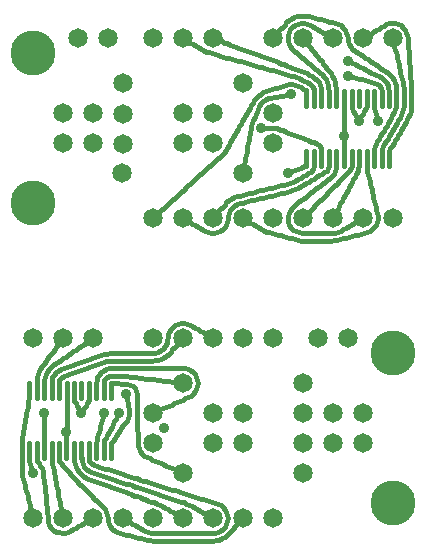
<source format=gtl>
G04 Top Copper*
%FSLAX23Y23*%
%MOIN*%
G01*
%ADD10C,0.010*%
%ADD11C,0.015*%
%ADD12C,0.035*%
%ADD13C,0.065*%
%ADD14C,0.150*%
D10*
D11*
X2512Y2575D02*
X2512Y2625D01*
X2537Y2625D02*
X2537Y2575D01*
X2562Y2575D02*
X2562Y2625D01*
X2587Y2625D02*
X2587Y2575D01*
X2612Y2575D02*
X2612Y2625D01*
X2638Y2625D02*
X2638Y2575D01*
X2663Y2575D02*
X2663Y2625D01*
X2688Y2625D02*
X2688Y2575D01*
X2713Y2575D02*
X2713Y2625D01*
X2738Y2625D02*
X2738Y2575D01*
X2763Y2575D02*
X2763Y2625D01*
X2788Y2625D02*
X2788Y2575D01*
X2512Y2375D02*
X2512Y2425D01*
X2537Y2425D02*
X2537Y2375D01*
X2562Y2375D02*
X2562Y2425D01*
X2612Y2375D02*
X2612Y2425D01*
X2638Y2425D02*
X2638Y2375D01*
X2663Y2375D02*
X2663Y2425D01*
X2688Y2425D02*
X2688Y2375D01*
X2713Y2375D02*
X2713Y2425D01*
X2738Y2425D02*
X2738Y2375D01*
X2763Y2375D02*
X2763Y2425D01*
X2788Y2425D02*
X2788Y2375D01*
X2663Y2375D02*
X2661Y2366D01*
X2655Y2357D01*
X2648Y2350D01*
X2641Y2343D01*
X2634Y2336D01*
X2627Y2329D01*
X2620Y2322D01*
X2613Y2314D01*
X2606Y2307D01*
X2598Y2300D01*
X2591Y2293D01*
X2584Y2286D01*
X2577Y2278D01*
X2570Y2271D01*
X2563Y2264D01*
X2556Y2257D01*
X2549Y2250D01*
X2542Y2242D01*
X2535Y2235D01*
X2528Y2228D01*
X2521Y2221D01*
X2513Y2214D01*
X2506Y2206D01*
X2500Y2200D01*
X2688Y2375D02*
X2686Y2366D01*
X2684Y2356D01*
X2679Y2347D01*
X2674Y2338D01*
X2669Y2329D01*
X2665Y2320D01*
X2660Y2312D01*
X2655Y2303D01*
X2650Y2294D01*
X2645Y2285D01*
X2641Y2276D01*
X2636Y2267D01*
X2631Y2258D01*
X2626Y2249D01*
X2622Y2240D01*
X2617Y2231D01*
X2612Y2223D01*
X2607Y2214D01*
X2603Y2205D01*
X2600Y2200D01*
X2200Y2200D02*
X2206Y2207D01*
X2213Y2214D01*
X2219Y2222D01*
X2226Y2230D01*
X2233Y2237D01*
X2240Y2245D01*
X2246Y2252D01*
X2254Y2259D01*
X2262Y2265D01*
X2271Y2269D01*
X2281Y2272D01*
X2291Y2275D01*
X2301Y2277D01*
X2310Y2280D01*
X2320Y2282D01*
X2330Y2284D01*
X2340Y2287D01*
X2349Y2289D01*
X2359Y2292D01*
X2369Y2294D01*
X2379Y2297D01*
X2389Y2299D01*
X2399Y2301D01*
X2408Y2304D01*
X2418Y2306D01*
X2428Y2309D01*
X2438Y2311D01*
X2448Y2314D01*
X2457Y2316D01*
X2467Y2319D01*
X2476Y2325D01*
X2484Y2330D01*
X2493Y2335D01*
X2502Y2340D01*
X2510Y2345D01*
X2519Y2350D01*
X2528Y2355D01*
X2534Y2363D01*
X2537Y2373D01*
X2537Y2375D01*
X2300Y2200D02*
X2308Y2195D01*
X2317Y2190D01*
X2325Y2185D01*
X2334Y2180D01*
X2343Y2175D01*
X2352Y2170D01*
X2360Y2165D01*
X2369Y2160D01*
X2378Y2155D01*
X2388Y2152D01*
X2397Y2149D01*
X2407Y2147D01*
X2417Y2144D01*
X2427Y2142D01*
X2436Y2139D01*
X2446Y2137D01*
X2456Y2134D01*
X2466Y2132D01*
X2476Y2129D01*
X2485Y2127D01*
X2495Y2125D01*
X2505Y2125D01*
X2516Y2125D01*
X2526Y2125D01*
X2536Y2125D01*
X2546Y2125D01*
X2556Y2125D01*
X2566Y2125D01*
X2576Y2125D01*
X2586Y2125D01*
X2596Y2125D01*
X2606Y2126D01*
X2616Y2127D01*
X2626Y2130D01*
X2636Y2132D01*
X2646Y2135D01*
X2656Y2137D01*
X2665Y2140D01*
X2675Y2142D01*
X2685Y2145D01*
X2695Y2147D01*
X2705Y2150D01*
X2714Y2152D01*
X2724Y2156D01*
X2732Y2162D01*
X2739Y2169D01*
X2745Y2177D01*
X2748Y2187D01*
X2750Y2197D01*
X2750Y2207D01*
X2747Y2217D01*
X2745Y2227D01*
X2743Y2236D01*
X2741Y2246D01*
X2739Y2256D01*
X2736Y2266D01*
X2734Y2276D01*
X2732Y2286D01*
X2730Y2296D01*
X2728Y2305D01*
X2725Y2315D01*
X2723Y2325D01*
X2721Y2335D01*
X2719Y2345D01*
X2716Y2355D01*
X2714Y2365D01*
X2713Y2375D01*
X2713Y2375D01*
X2612Y2375D02*
X2611Y2366D01*
X2609Y2356D01*
X2603Y2347D01*
X2597Y2339D01*
X2590Y2333D01*
X2582Y2327D01*
X2574Y2321D01*
X2566Y2314D01*
X2558Y2308D01*
X2550Y2302D01*
X2542Y2296D01*
X2534Y2290D01*
X2526Y2283D01*
X2518Y2277D01*
X2510Y2271D01*
X2502Y2265D01*
X2494Y2259D01*
X2486Y2252D01*
X2478Y2246D01*
X2470Y2240D01*
X2463Y2233D01*
X2457Y2225D01*
X2453Y2216D01*
X2450Y2206D01*
X2450Y2196D01*
X2452Y2186D01*
X2456Y2176D01*
X2462Y2168D01*
X2469Y2161D01*
X2477Y2156D01*
X2487Y2152D01*
X2497Y2150D01*
X2507Y2150D01*
X2517Y2150D01*
X2527Y2150D01*
X2537Y2150D01*
X2547Y2150D01*
X2557Y2150D01*
X2567Y2150D01*
X2577Y2150D01*
X2588Y2150D01*
X2598Y2150D01*
X2608Y2151D01*
X2617Y2153D01*
X2627Y2158D01*
X2635Y2163D01*
X2644Y2168D01*
X2653Y2173D01*
X2662Y2178D01*
X2670Y2183D01*
X2679Y2188D01*
X2688Y2193D01*
X2697Y2198D01*
X2700Y2200D01*
X2638Y2575D02*
X2638Y2566D01*
X2638Y2556D01*
X2638Y2546D01*
X2638Y2535D01*
X2638Y2525D01*
X2638Y2515D01*
X2638Y2505D01*
X2638Y2495D01*
X2638Y2485D01*
X2638Y2475D01*
X2638Y2475D02*
X2638Y2466D01*
X2638Y2456D01*
X2638Y2446D01*
X2638Y2435D01*
X2638Y2425D01*
X2638Y2425D01*
X2587Y2625D02*
X2586Y2634D01*
X2584Y2644D01*
X2581Y2654D01*
X2577Y2663D01*
X2571Y2671D01*
X2564Y2679D01*
X2557Y2685D01*
X2549Y2692D01*
X2541Y2698D01*
X2534Y2705D01*
X2526Y2712D01*
X2518Y2718D01*
X2511Y2725D01*
X2503Y2731D01*
X2495Y2738D01*
X2488Y2745D01*
X2480Y2751D01*
X2472Y2758D01*
X2465Y2764D01*
X2458Y2772D01*
X2454Y2781D01*
X2451Y2791D01*
X2450Y2801D01*
X2451Y2811D01*
X2454Y2821D01*
X2459Y2829D01*
X2466Y2837D01*
X2474Y2843D01*
X2483Y2847D01*
X2493Y2850D01*
X2503Y2850D01*
X2513Y2848D01*
X2523Y2845D01*
X2531Y2839D01*
X2540Y2834D01*
X2549Y2829D01*
X2558Y2824D01*
X2566Y2819D01*
X2575Y2814D01*
X2584Y2809D01*
X2593Y2804D01*
X2600Y2800D01*
X2500Y2800D02*
X2506Y2793D01*
X2512Y2785D01*
X2518Y2777D01*
X2525Y2769D01*
X2531Y2761D01*
X2537Y2753D01*
X2544Y2745D01*
X2550Y2738D01*
X2556Y2730D01*
X2563Y2722D01*
X2569Y2714D01*
X2575Y2706D01*
X2581Y2698D01*
X2588Y2690D01*
X2593Y2682D01*
X2599Y2674D01*
X2604Y2665D01*
X2607Y2655D01*
X2609Y2645D01*
X2611Y2635D01*
X2612Y2625D01*
X2612Y2625D01*
X2562Y2625D02*
X2561Y2634D01*
X2558Y2644D01*
X2554Y2653D01*
X2547Y2660D01*
X2539Y2667D01*
X2531Y2672D01*
X2522Y2677D01*
X2513Y2682D01*
X2504Y2686D01*
X2495Y2690D01*
X2485Y2694D01*
X2476Y2698D01*
X2466Y2701D01*
X2457Y2705D01*
X2447Y2708D01*
X2438Y2712D01*
X2428Y2715D01*
X2419Y2719D01*
X2410Y2722D01*
X2400Y2726D01*
X2391Y2729D01*
X2381Y2733D01*
X2372Y2736D01*
X2362Y2740D01*
X2353Y2743D01*
X2343Y2747D01*
X2334Y2750D01*
X2324Y2754D01*
X2315Y2757D01*
X2305Y2761D01*
X2296Y2764D01*
X2286Y2768D01*
X2277Y2771D01*
X2268Y2775D01*
X2258Y2778D01*
X2249Y2782D01*
X2239Y2785D01*
X2230Y2789D01*
X2220Y2793D01*
X2211Y2796D01*
X2201Y2800D01*
X2200Y2800D01*
X2100Y2800D02*
X2108Y2795D01*
X2117Y2790D01*
X2125Y2785D01*
X2134Y2780D01*
X2143Y2775D01*
X2152Y2770D01*
X2160Y2765D01*
X2169Y2760D01*
X2178Y2755D01*
X2188Y2752D01*
X2197Y2749D01*
X2207Y2746D01*
X2217Y2743D01*
X2226Y2741D01*
X2236Y2738D01*
X2246Y2735D01*
X2256Y2733D01*
X2265Y2730D01*
X2275Y2727D01*
X2285Y2724D01*
X2294Y2722D01*
X2304Y2719D01*
X2314Y2716D01*
X2324Y2714D01*
X2333Y2711D01*
X2343Y2708D01*
X2353Y2705D01*
X2363Y2703D01*
X2372Y2700D01*
X2382Y2697D01*
X2392Y2694D01*
X2401Y2692D01*
X2411Y2689D01*
X2421Y2686D01*
X2431Y2684D01*
X2440Y2681D01*
X2450Y2678D01*
X2460Y2675D01*
X2470Y2673D01*
X2479Y2670D01*
X2489Y2666D01*
X2498Y2661D01*
X2506Y2657D01*
X2515Y2652D01*
X2524Y2647D01*
X2532Y2641D01*
X2537Y2631D01*
X2537Y2625D01*
X2788Y2425D02*
X2792Y2433D01*
X2798Y2441D01*
X2803Y2450D01*
X2808Y2459D01*
X2814Y2467D01*
X2819Y2476D01*
X2824Y2484D01*
X2829Y2493D01*
X2834Y2502D01*
X2838Y2511D01*
X2843Y2520D01*
X2848Y2529D01*
X2852Y2538D01*
X2857Y2547D01*
X2860Y2557D01*
X2861Y2567D01*
X2862Y2577D01*
X2862Y2587D01*
X2862Y2597D01*
X2862Y2607D01*
X2862Y2617D01*
X2862Y2627D01*
X2862Y2637D01*
X2861Y2647D01*
X2860Y2658D01*
X2859Y2668D01*
X2859Y2678D01*
X2858Y2688D01*
X2857Y2698D01*
X2857Y2708D01*
X2856Y2718D01*
X2855Y2728D01*
X2854Y2738D01*
X2854Y2748D01*
X2853Y2758D01*
X2852Y2768D01*
X2852Y2778D01*
X2851Y2789D01*
X2850Y2799D01*
X2849Y2809D01*
X2846Y2818D01*
X2842Y2827D01*
X2835Y2835D01*
X2828Y2842D01*
X2819Y2846D01*
X2809Y2849D01*
X2799Y2850D01*
X2789Y2849D01*
X2779Y2846D01*
X2771Y2841D01*
X2762Y2836D01*
X2753Y2831D01*
X2744Y2826D01*
X2736Y2820D01*
X2727Y2815D01*
X2718Y2810D01*
X2709Y2805D01*
X2701Y2800D01*
X2700Y2800D01*
X2800Y2800D02*
X2802Y2791D01*
X2804Y2781D01*
X2806Y2771D01*
X2809Y2761D01*
X2811Y2752D01*
X2813Y2742D01*
X2815Y2732D01*
X2817Y2722D01*
X2820Y2712D01*
X2822Y2702D01*
X2824Y2692D01*
X2826Y2683D01*
X2829Y2673D01*
X2831Y2663D01*
X2833Y2653D01*
X2835Y2643D01*
X2837Y2633D01*
X2837Y2623D01*
X2837Y2613D01*
X2837Y2603D01*
X2837Y2593D01*
X2837Y2583D01*
X2837Y2573D01*
X2836Y2563D01*
X2832Y2553D01*
X2827Y2544D01*
X2823Y2535D01*
X2818Y2526D01*
X2813Y2517D01*
X2809Y2508D01*
X2804Y2499D01*
X2799Y2491D01*
X2793Y2482D01*
X2788Y2474D01*
X2783Y2465D01*
X2778Y2456D01*
X2772Y2448D01*
X2767Y2439D01*
X2763Y2430D01*
X2763Y2425D01*
X2663Y2575D02*
X2664Y2566D01*
X2669Y2557D01*
X2674Y2548D01*
X2679Y2540D01*
X2684Y2531D01*
X2688Y2525D01*
X2713Y2575D02*
X2711Y2566D01*
X2706Y2557D01*
X2701Y2548D01*
X2696Y2540D01*
X2691Y2531D01*
X2688Y2525D01*
X2587Y2375D02*
X2587Y2425D01*
X2512Y2375D02*
X2504Y2372D01*
X2495Y2368D01*
X2485Y2364D01*
X2476Y2360D01*
X2466Y2357D01*
X2457Y2353D01*
X2450Y2350D01*
X2587Y2375D02*
X2586Y2366D01*
X2580Y2357D01*
X2572Y2352D01*
X2563Y2347D01*
X2554Y2342D01*
X2546Y2336D01*
X2537Y2331D01*
X2528Y2326D01*
X2520Y2321D01*
X2511Y2316D01*
X2502Y2311D01*
X2493Y2306D01*
X2485Y2301D01*
X2476Y2296D01*
X2466Y2292D01*
X2457Y2290D01*
X2447Y2288D01*
X2437Y2285D01*
X2427Y2283D01*
X2417Y2280D01*
X2408Y2278D01*
X2398Y2275D01*
X2388Y2273D01*
X2378Y2271D01*
X2368Y2268D01*
X2359Y2266D01*
X2349Y2263D01*
X2339Y2261D01*
X2329Y2259D01*
X2319Y2256D01*
X2309Y2254D01*
X2300Y2251D01*
X2290Y2249D01*
X2280Y2246D01*
X2271Y2241D01*
X2264Y2234D01*
X2258Y2226D01*
X2253Y2217D01*
X2251Y2208D01*
X2250Y2197D01*
X2248Y2187D01*
X2245Y2178D01*
X2240Y2169D01*
X2233Y2162D01*
X2224Y2156D01*
X2215Y2152D01*
X2205Y2150D01*
X2195Y2150D01*
X2185Y2152D01*
X2176Y2156D01*
X2167Y2161D01*
X2158Y2166D01*
X2150Y2171D01*
X2141Y2176D01*
X2132Y2181D01*
X2123Y2187D01*
X2115Y2192D01*
X2106Y2197D01*
X2100Y2200D01*
X2400Y2800D02*
X2406Y2807D01*
X2413Y2814D01*
X2419Y2822D01*
X2426Y2830D01*
X2433Y2837D01*
X2440Y2845D01*
X2446Y2852D01*
X2454Y2859D01*
X2462Y2865D01*
X2471Y2869D01*
X2481Y2872D01*
X2491Y2874D01*
X2501Y2875D01*
X2511Y2874D01*
X2521Y2872D01*
X2531Y2869D01*
X2540Y2867D01*
X2550Y2864D01*
X2560Y2862D01*
X2570Y2859D01*
X2580Y2857D01*
X2589Y2854D01*
X2599Y2852D01*
X2609Y2849D01*
X2619Y2846D01*
X2628Y2842D01*
X2635Y2835D01*
X2642Y2827D01*
X2646Y2818D01*
X2649Y2809D01*
X2650Y2799D01*
X2651Y2789D01*
X2655Y2779D01*
X2660Y2770D01*
X2666Y2763D01*
X2675Y2757D01*
X2683Y2751D01*
X2691Y2746D01*
X2700Y2740D01*
X2708Y2734D01*
X2717Y2729D01*
X2725Y2723D01*
X2733Y2718D01*
X2742Y2712D01*
X2750Y2706D01*
X2759Y2701D01*
X2767Y2695D01*
X2775Y2690D01*
X2783Y2684D01*
X2791Y2677D01*
X2798Y2669D01*
X2803Y2661D01*
X2807Y2651D01*
X2810Y2642D01*
X2812Y2632D01*
X2812Y2622D01*
X2812Y2612D01*
X2812Y2602D01*
X2812Y2591D01*
X2812Y2581D01*
X2812Y2571D01*
X2809Y2562D01*
X2804Y2553D01*
X2799Y2544D01*
X2795Y2535D01*
X2790Y2526D01*
X2785Y2517D01*
X2781Y2508D01*
X2775Y2499D01*
X2770Y2491D01*
X2765Y2482D01*
X2759Y2474D01*
X2754Y2465D01*
X2749Y2457D01*
X2743Y2448D01*
X2740Y2439D01*
X2738Y2429D01*
X2738Y2425D01*
X2788Y2625D02*
X2786Y2634D01*
X2784Y2644D01*
X2779Y2653D01*
X2772Y2661D01*
X2764Y2667D01*
X2755Y2672D01*
X2746Y2676D01*
X2737Y2681D01*
X2728Y2685D01*
X2719Y2690D01*
X2710Y2694D01*
X2701Y2699D01*
X2692Y2704D01*
X2683Y2708D01*
X2674Y2713D01*
X2665Y2717D01*
X2656Y2722D01*
X2650Y2725D01*
X2650Y2675D02*
X2659Y2673D01*
X2669Y2670D01*
X2678Y2667D01*
X2688Y2665D01*
X2698Y2662D01*
X2708Y2659D01*
X2717Y2656D01*
X2727Y2654D01*
X2737Y2651D01*
X2747Y2648D01*
X2755Y2643D01*
X2761Y2634D01*
X2763Y2625D01*
X2738Y2575D02*
X2739Y2566D01*
X2742Y2556D01*
X2744Y2546D01*
X2747Y2537D01*
X2750Y2527D01*
X2750Y2525D01*
X1588Y1600D02*
X1588Y1650D01*
X1613Y1650D02*
X1613Y1600D01*
X1638Y1600D02*
X1638Y1650D01*
X1663Y1650D02*
X1663Y1600D01*
X1688Y1600D02*
X1688Y1650D01*
X1713Y1650D02*
X1713Y1600D01*
X1737Y1600D02*
X1737Y1650D01*
X1762Y1650D02*
X1762Y1600D01*
X1787Y1600D02*
X1787Y1650D01*
X1812Y1650D02*
X1812Y1600D01*
X1837Y1600D02*
X1837Y1650D01*
X1862Y1650D02*
X1862Y1600D01*
X1862Y1450D02*
X1862Y1400D01*
X1837Y1400D02*
X1837Y1450D01*
X1812Y1450D02*
X1812Y1400D01*
X1787Y1400D02*
X1787Y1450D01*
X1762Y1400D02*
X1762Y1450D01*
X1737Y1450D02*
X1737Y1400D01*
X1712Y1400D02*
X1712Y1450D01*
X1688Y1450D02*
X1688Y1400D01*
X1663Y1400D02*
X1663Y1450D01*
X1638Y1450D02*
X1638Y1400D01*
X1613Y1400D02*
X1613Y1450D01*
X1588Y1450D02*
X1588Y1400D01*
X1588Y1400D02*
X1589Y1391D01*
X1591Y1381D01*
X1594Y1371D01*
X1597Y1362D01*
X1599Y1352D01*
X1600Y1350D01*
X1588Y1600D02*
X1586Y1591D01*
X1584Y1581D01*
X1583Y1571D01*
X1581Y1561D01*
X1579Y1551D01*
X1578Y1541D01*
X1576Y1531D01*
X1574Y1521D01*
X1572Y1511D01*
X1571Y1501D01*
X1569Y1491D01*
X1567Y1481D01*
X1566Y1471D01*
X1564Y1461D01*
X1563Y1451D01*
X1563Y1441D01*
X1563Y1431D01*
X1563Y1421D01*
X1563Y1411D01*
X1563Y1401D01*
X1563Y1391D01*
X1563Y1381D01*
X1564Y1371D01*
X1564Y1361D01*
X1565Y1351D01*
X1566Y1341D01*
X1569Y1331D01*
X1571Y1321D01*
X1573Y1311D01*
X1576Y1301D01*
X1578Y1291D01*
X1580Y1282D01*
X1583Y1272D01*
X1585Y1262D01*
X1588Y1252D01*
X1590Y1242D01*
X1592Y1232D01*
X1595Y1223D01*
X1597Y1213D01*
X1599Y1203D01*
X1600Y1200D01*
X1663Y1400D02*
X1664Y1391D01*
X1666Y1381D01*
X1668Y1371D01*
X1670Y1361D01*
X1671Y1351D01*
X1673Y1341D01*
X1675Y1331D01*
X1677Y1321D01*
X1679Y1311D01*
X1681Y1301D01*
X1683Y1292D01*
X1685Y1282D01*
X1686Y1272D01*
X1688Y1262D01*
X1690Y1252D01*
X1692Y1242D01*
X1694Y1232D01*
X1696Y1222D01*
X1698Y1212D01*
X1700Y1202D01*
X1700Y1200D01*
X1613Y1400D02*
X1614Y1391D01*
X1620Y1382D01*
X1626Y1374D01*
X1631Y1366D01*
X1634Y1356D01*
X1635Y1346D01*
X1636Y1336D01*
X1637Y1326D01*
X1639Y1316D01*
X1640Y1306D01*
X1641Y1296D01*
X1642Y1286D01*
X1643Y1276D01*
X1644Y1266D01*
X1645Y1256D01*
X1646Y1246D01*
X1647Y1236D01*
X1648Y1226D01*
X1649Y1216D01*
X1650Y1206D01*
X1650Y1195D01*
X1652Y1186D01*
X1656Y1176D01*
X1662Y1168D01*
X1669Y1161D01*
X1677Y1155D01*
X1687Y1152D01*
X1697Y1150D01*
X1707Y1151D01*
X1717Y1153D01*
X1726Y1157D01*
X1735Y1162D01*
X1743Y1167D01*
X1752Y1172D01*
X1761Y1177D01*
X1770Y1183D01*
X1778Y1188D01*
X1787Y1193D01*
X1796Y1198D01*
X1800Y1200D01*
X1688Y1400D02*
X1689Y1391D01*
X1695Y1382D01*
X1702Y1375D01*
X1708Y1367D01*
X1715Y1360D01*
X1722Y1352D01*
X1728Y1345D01*
X1735Y1337D01*
X1742Y1330D01*
X1749Y1323D01*
X1756Y1315D01*
X1763Y1308D01*
X1770Y1301D01*
X1777Y1294D01*
X1785Y1287D01*
X1792Y1280D01*
X1799Y1272D01*
X1806Y1265D01*
X1813Y1258D01*
X1820Y1251D01*
X1827Y1244D01*
X1834Y1236D01*
X1841Y1229D01*
X1846Y1220D01*
X1849Y1210D01*
X1850Y1200D01*
X1851Y1190D01*
X1854Y1181D01*
X1859Y1172D01*
X1865Y1164D01*
X1873Y1158D01*
X1882Y1153D01*
X1892Y1151D01*
X1902Y1148D01*
X1912Y1145D01*
X1921Y1143D01*
X1931Y1140D01*
X1941Y1138D01*
X1951Y1135D01*
X1960Y1133D01*
X1970Y1130D01*
X1980Y1128D01*
X1990Y1126D01*
X2000Y1125D01*
X2010Y1125D01*
X2020Y1125D01*
X2030Y1125D01*
X2040Y1125D01*
X2050Y1125D01*
X2061Y1125D01*
X2071Y1125D01*
X2081Y1125D01*
X2091Y1125D01*
X2101Y1125D01*
X2111Y1125D01*
X2121Y1125D01*
X2131Y1125D01*
X2141Y1125D01*
X2151Y1125D01*
X2162Y1125D01*
X2172Y1125D01*
X2182Y1125D01*
X2192Y1125D01*
X2202Y1125D01*
X2212Y1126D01*
X2222Y1128D01*
X2231Y1132D01*
X2240Y1137D01*
X2248Y1143D01*
X2255Y1150D01*
X2262Y1157D01*
X2269Y1165D01*
X2276Y1173D01*
X2282Y1180D01*
X2289Y1188D01*
X2296Y1195D01*
X2300Y1200D01*
X1737Y1400D02*
X1738Y1391D01*
X1741Y1381D01*
X1743Y1371D01*
X1748Y1362D01*
X1754Y1354D01*
X1760Y1346D01*
X1768Y1340D01*
X1777Y1335D01*
X1786Y1330D01*
X1796Y1327D01*
X1805Y1323D01*
X1815Y1320D01*
X1824Y1317D01*
X1834Y1313D01*
X1843Y1310D01*
X1853Y1306D01*
X1862Y1303D01*
X1872Y1299D01*
X1881Y1296D01*
X1891Y1293D01*
X1900Y1289D01*
X1910Y1286D01*
X1919Y1282D01*
X1929Y1279D01*
X1938Y1275D01*
X1948Y1272D01*
X1957Y1269D01*
X1967Y1265D01*
X1976Y1262D01*
X1986Y1258D01*
X1995Y1255D01*
X2005Y1252D01*
X2014Y1248D01*
X2023Y1244D01*
X2032Y1239D01*
X2041Y1234D01*
X2050Y1229D01*
X2058Y1224D01*
X2067Y1219D01*
X2076Y1214D01*
X2085Y1209D01*
X2093Y1204D01*
X2100Y1200D01*
X2200Y1200D02*
X2192Y1205D01*
X2183Y1210D01*
X2175Y1215D01*
X2166Y1220D01*
X2157Y1225D01*
X2148Y1230D01*
X2140Y1235D01*
X2131Y1240D01*
X2122Y1245D01*
X2112Y1248D01*
X2103Y1252D01*
X2093Y1255D01*
X2084Y1258D01*
X2074Y1261D01*
X2065Y1264D01*
X2055Y1267D01*
X2045Y1271D01*
X2036Y1274D01*
X2026Y1277D01*
X2017Y1280D01*
X2007Y1283D01*
X1997Y1286D01*
X1988Y1290D01*
X1978Y1293D01*
X1969Y1296D01*
X1959Y1299D01*
X1949Y1302D01*
X1940Y1305D01*
X1930Y1309D01*
X1921Y1312D01*
X1911Y1315D01*
X1902Y1318D01*
X1892Y1321D01*
X1882Y1325D01*
X1873Y1328D01*
X1863Y1331D01*
X1854Y1334D01*
X1844Y1337D01*
X1834Y1340D01*
X1825Y1344D01*
X1815Y1347D01*
X1806Y1350D01*
X1796Y1353D01*
X1787Y1358D01*
X1779Y1363D01*
X1772Y1371D01*
X1767Y1380D01*
X1764Y1389D01*
X1763Y1399D01*
X1762Y1400D01*
X1787Y1400D02*
X1789Y1391D01*
X1795Y1382D01*
X1803Y1377D01*
X1813Y1374D01*
X1822Y1371D01*
X1832Y1368D01*
X1842Y1365D01*
X1851Y1362D01*
X1861Y1359D01*
X1871Y1356D01*
X1880Y1353D01*
X1890Y1350D01*
X1900Y1347D01*
X1909Y1344D01*
X1919Y1341D01*
X1929Y1338D01*
X1938Y1335D01*
X1948Y1332D01*
X1958Y1328D01*
X1967Y1325D01*
X1977Y1322D01*
X1986Y1319D01*
X1996Y1316D01*
X2006Y1313D01*
X2015Y1310D01*
X2025Y1307D01*
X2035Y1304D01*
X2044Y1301D01*
X2054Y1298D01*
X2063Y1295D01*
X2073Y1292D01*
X2083Y1289D01*
X2092Y1286D01*
X2102Y1283D01*
X2112Y1280D01*
X2121Y1277D01*
X2131Y1274D01*
X2141Y1271D01*
X2150Y1268D01*
X2160Y1265D01*
X2169Y1262D01*
X2179Y1259D01*
X2189Y1256D01*
X2198Y1253D01*
X2208Y1250D01*
X2218Y1247D01*
X2227Y1242D01*
X2235Y1236D01*
X2241Y1228D01*
X2246Y1219D01*
X2249Y1210D01*
X2250Y1200D01*
X2249Y1190D01*
X2246Y1180D01*
X2241Y1171D01*
X2234Y1164D01*
X2226Y1158D01*
X2217Y1153D01*
X2207Y1151D01*
X2197Y1150D01*
X2187Y1150D01*
X2177Y1150D01*
X2167Y1150D01*
X2157Y1150D01*
X2147Y1150D01*
X2137Y1150D01*
X2127Y1150D01*
X2117Y1150D01*
X2106Y1150D01*
X2096Y1150D01*
X2086Y1150D01*
X2076Y1150D01*
X2066Y1150D01*
X2056Y1150D01*
X2046Y1150D01*
X2036Y1150D01*
X2026Y1150D01*
X2016Y1150D01*
X2005Y1150D01*
X1995Y1150D01*
X1985Y1152D01*
X1976Y1156D01*
X1967Y1161D01*
X1959Y1166D01*
X1950Y1171D01*
X1941Y1176D01*
X1932Y1181D01*
X1924Y1186D01*
X1915Y1191D01*
X1906Y1197D01*
X1900Y1200D01*
X1613Y1650D02*
X1614Y1659D01*
X1616Y1669D01*
X1618Y1679D01*
X1621Y1689D01*
X1626Y1697D01*
X1631Y1706D01*
X1637Y1714D01*
X1643Y1722D01*
X1649Y1730D01*
X1655Y1739D01*
X1661Y1747D01*
X1667Y1755D01*
X1673Y1763D01*
X1679Y1771D01*
X1685Y1779D01*
X1691Y1787D01*
X1697Y1796D01*
X1700Y1800D01*
X1638Y1650D02*
X1639Y1659D01*
X1641Y1669D01*
X1643Y1679D01*
X1649Y1687D01*
X1654Y1696D01*
X1661Y1704D01*
X1669Y1710D01*
X1677Y1716D01*
X1685Y1721D01*
X1694Y1727D01*
X1702Y1733D01*
X1710Y1738D01*
X1719Y1744D01*
X1727Y1750D01*
X1735Y1756D01*
X1744Y1761D01*
X1752Y1767D01*
X1760Y1773D01*
X1769Y1778D01*
X1777Y1784D01*
X1785Y1790D01*
X1794Y1796D01*
X1800Y1800D01*
X1688Y1650D02*
X1689Y1659D01*
X1695Y1667D01*
X1703Y1673D01*
X1713Y1676D01*
X1722Y1680D01*
X1732Y1683D01*
X1741Y1687D01*
X1751Y1690D01*
X1760Y1693D01*
X1770Y1697D01*
X1780Y1700D01*
X1789Y1703D01*
X1799Y1707D01*
X1808Y1710D01*
X1818Y1714D01*
X1827Y1717D01*
X1837Y1720D01*
X1846Y1722D01*
X1856Y1724D01*
X1866Y1725D01*
X1877Y1725D01*
X1887Y1725D01*
X1897Y1725D01*
X1907Y1725D01*
X1917Y1725D01*
X1927Y1725D01*
X1937Y1725D01*
X1947Y1725D01*
X1957Y1725D01*
X1967Y1725D01*
X1978Y1725D01*
X1988Y1725D01*
X1998Y1725D01*
X2008Y1726D01*
X2018Y1728D01*
X2028Y1730D01*
X2036Y1735D01*
X2045Y1740D01*
X2053Y1747D01*
X2060Y1754D01*
X2066Y1762D01*
X2073Y1770D01*
X2080Y1777D01*
X2086Y1785D01*
X2093Y1792D01*
X2100Y1800D01*
X2100Y1800D01*
X1663Y1650D02*
X1664Y1659D01*
X1666Y1669D01*
X1672Y1677D01*
X1678Y1686D01*
X1686Y1691D01*
X1695Y1697D01*
X1704Y1700D01*
X1714Y1703D01*
X1723Y1707D01*
X1733Y1710D01*
X1742Y1713D01*
X1752Y1717D01*
X1761Y1720D01*
X1771Y1723D01*
X1780Y1727D01*
X1790Y1730D01*
X1799Y1734D01*
X1809Y1737D01*
X1818Y1740D01*
X1828Y1744D01*
X1838Y1746D01*
X1848Y1747D01*
X1858Y1749D01*
X1868Y1750D01*
X1878Y1750D01*
X1888Y1750D01*
X1898Y1750D01*
X1908Y1750D01*
X1918Y1750D01*
X1928Y1750D01*
X1939Y1750D01*
X1949Y1750D01*
X1959Y1750D01*
X1969Y1750D01*
X1979Y1750D01*
X1989Y1750D01*
X1999Y1750D01*
X2009Y1751D01*
X2019Y1754D01*
X2028Y1759D01*
X2036Y1765D01*
X2042Y1773D01*
X2047Y1782D01*
X2049Y1792D01*
X2050Y1802D01*
X2051Y1812D01*
X2055Y1821D01*
X2060Y1830D01*
X2067Y1837D01*
X2075Y1843D01*
X2084Y1847D01*
X2094Y1850D01*
X2104Y1850D01*
X2114Y1848D01*
X2123Y1844D01*
X2132Y1839D01*
X2141Y1834D01*
X2150Y1829D01*
X2158Y1824D01*
X2167Y1819D01*
X2176Y1814D01*
X2185Y1809D01*
X2193Y1804D01*
X2200Y1800D01*
X1712Y1450D02*
X1712Y1459D01*
X1712Y1469D01*
X1712Y1479D01*
X1712Y1488D01*
X1712Y1488D02*
X1713Y1497D01*
X1713Y1507D01*
X1713Y1517D01*
X1713Y1527D01*
X1713Y1537D01*
X1713Y1547D01*
X1713Y1557D01*
X1713Y1567D01*
X1713Y1578D01*
X1713Y1588D01*
X1713Y1598D01*
X1713Y1600D01*
X1737Y1600D02*
X1739Y1591D01*
X1744Y1582D01*
X1749Y1573D01*
X1754Y1565D01*
X1759Y1556D01*
X1762Y1550D01*
X1762Y1550D02*
X1767Y1558D01*
X1772Y1567D01*
X1777Y1575D01*
X1782Y1584D01*
X1787Y1593D01*
X1787Y1600D01*
X1638Y1550D02*
X1638Y1541D01*
X1638Y1531D01*
X1638Y1521D01*
X1638Y1510D01*
X1638Y1500D01*
X1638Y1490D01*
X1638Y1480D01*
X1638Y1470D01*
X1638Y1460D01*
X1638Y1450D01*
X1837Y1650D02*
X1839Y1659D01*
X1845Y1668D01*
X1853Y1673D01*
X1863Y1675D01*
X1873Y1674D01*
X1883Y1674D01*
X1893Y1673D01*
X1903Y1673D01*
X1914Y1672D01*
X1924Y1671D01*
X1934Y1670D01*
X1944Y1669D01*
X1954Y1668D01*
X1964Y1667D01*
X1974Y1665D01*
X1984Y1664D01*
X1994Y1663D01*
X2004Y1662D01*
X2014Y1660D01*
X2024Y1659D01*
X2034Y1658D01*
X2044Y1657D01*
X2054Y1656D01*
X2064Y1654D01*
X2074Y1653D01*
X2084Y1652D01*
X2094Y1651D01*
X2100Y1650D01*
X1812Y1650D02*
X1814Y1659D01*
X1816Y1669D01*
X1822Y1678D01*
X1828Y1686D01*
X1836Y1691D01*
X1845Y1697D01*
X1854Y1699D01*
X1864Y1700D01*
X1875Y1700D01*
X1885Y1700D01*
X1895Y1700D01*
X1905Y1700D01*
X1915Y1700D01*
X1925Y1700D01*
X1935Y1700D01*
X1945Y1700D01*
X1955Y1700D01*
X1965Y1700D01*
X1976Y1700D01*
X1986Y1700D01*
X1996Y1700D01*
X2006Y1700D01*
X2016Y1700D01*
X2026Y1700D01*
X2036Y1700D01*
X2046Y1700D01*
X2056Y1700D01*
X2066Y1700D01*
X2077Y1700D01*
X2087Y1700D01*
X2097Y1700D01*
X2107Y1699D01*
X2117Y1697D01*
X2126Y1693D01*
X2134Y1687D01*
X2141Y1679D01*
X2146Y1670D01*
X2149Y1661D01*
X2150Y1651D01*
X2149Y1641D01*
X2146Y1631D01*
X2141Y1622D01*
X2135Y1614D01*
X2127Y1608D01*
X2118Y1603D01*
X2109Y1599D01*
X2100Y1595D01*
X2090Y1591D01*
X2081Y1587D01*
X2072Y1583D01*
X2063Y1578D01*
X2054Y1574D01*
X2044Y1570D01*
X2035Y1566D01*
X2026Y1562D01*
X2017Y1558D01*
X2008Y1553D01*
X2000Y1550D01*
X1812Y1450D02*
X1814Y1459D01*
X1816Y1469D01*
X1819Y1479D01*
X1821Y1488D01*
X1824Y1498D01*
X1826Y1508D01*
X1829Y1518D01*
X1832Y1528D01*
X1834Y1537D01*
X1837Y1547D01*
X1838Y1550D01*
X1837Y1450D02*
X1839Y1459D01*
X1844Y1468D01*
X1849Y1477D01*
X1853Y1486D01*
X1858Y1495D01*
X1863Y1504D01*
X1868Y1513D01*
X1872Y1522D01*
X1877Y1530D01*
X1882Y1539D01*
X1887Y1548D01*
X1888Y1550D01*
X1912Y1612D02*
X1914Y1603D01*
X1916Y1593D01*
X1917Y1584D01*
X1919Y1574D01*
X1921Y1564D01*
X1922Y1554D01*
X1922Y1544D01*
X1919Y1534D01*
X1913Y1525D01*
X1907Y1517D01*
X1902Y1509D01*
X1896Y1500D01*
X1891Y1492D01*
X1885Y1483D01*
X1879Y1475D01*
X1874Y1467D01*
X1868Y1458D01*
X1862Y1450D01*
X2100Y1350D02*
X2092Y1354D01*
X2082Y1358D01*
X2073Y1362D01*
X2064Y1366D01*
X2055Y1370D01*
X2046Y1375D01*
X2036Y1379D01*
X2027Y1383D01*
X2018Y1387D01*
X2009Y1391D01*
X1999Y1395D01*
X1990Y1400D01*
X1981Y1404D01*
X1972Y1408D01*
X1964Y1415D01*
X1958Y1423D01*
X1953Y1432D01*
X1951Y1441D01*
X1950Y1452D01*
X1950Y1462D01*
X1950Y1472D01*
X1950Y1482D01*
X1949Y1492D01*
X1949Y1502D01*
X1949Y1512D01*
X1949Y1522D01*
X1949Y1532D01*
X1949Y1542D01*
X1948Y1553D01*
X1948Y1563D01*
X1948Y1573D01*
X1948Y1583D01*
X1948Y1593D01*
X1948Y1603D01*
X1947Y1613D01*
X1946Y1623D01*
X1941Y1632D01*
X1935Y1640D01*
X1926Y1645D01*
X1916Y1647D01*
X1906Y1648D01*
X1896Y1648D01*
X1886Y1649D01*
X1876Y1649D01*
X1866Y1650D01*
X1862Y1650D01*
X2301Y2350D02*
X2302Y2359D01*
X2304Y2369D01*
X2306Y2379D01*
X2307Y2389D01*
X2309Y2399D01*
X2311Y2409D01*
X2313Y2419D01*
X2314Y2429D01*
X2316Y2439D01*
X2318Y2449D01*
X2320Y2459D01*
X2321Y2469D01*
X2323Y2479D01*
X2325Y2488D01*
X2327Y2498D01*
X2329Y2508D01*
X2332Y2518D01*
X2336Y2527D01*
X2340Y2536D01*
X2344Y2546D01*
X2347Y2555D01*
X2351Y2564D01*
X2355Y2574D01*
X2361Y2582D01*
X2368Y2589D01*
X2376Y2595D01*
X2385Y2599D01*
X2395Y2601D01*
X2405Y2603D01*
X2415Y2604D01*
X2425Y2606D01*
X2435Y2608D01*
X2445Y2610D01*
X2455Y2611D01*
X2462Y2612D01*
X2000Y2200D02*
X2007Y2206D01*
X2014Y2213D01*
X2022Y2220D01*
X2029Y2227D01*
X2037Y2234D01*
X2044Y2240D01*
X2051Y2247D01*
X2059Y2254D01*
X2066Y2261D01*
X2074Y2268D01*
X2081Y2275D01*
X2089Y2281D01*
X2096Y2288D01*
X2104Y2295D01*
X2111Y2302D01*
X2118Y2309D01*
X2126Y2315D01*
X2133Y2322D01*
X2141Y2329D01*
X2148Y2336D01*
X2156Y2343D01*
X2163Y2350D01*
X2171Y2356D01*
X2178Y2363D01*
X2185Y2370D01*
X2193Y2377D01*
X2200Y2384D01*
X2208Y2391D01*
X2215Y2397D01*
X2223Y2404D01*
X2230Y2411D01*
X2237Y2418D01*
X2243Y2426D01*
X2248Y2435D01*
X2253Y2444D01*
X2258Y2453D01*
X2263Y2462D01*
X2268Y2470D01*
X2273Y2479D01*
X2278Y2488D01*
X2283Y2497D01*
X2288Y2506D01*
X2293Y2514D01*
X2298Y2523D01*
X2303Y2532D01*
X2308Y2541D01*
X2313Y2549D01*
X2318Y2558D01*
X2323Y2567D01*
X2328Y2576D01*
X2333Y2585D01*
X2338Y2593D01*
X2344Y2601D01*
X2351Y2608D01*
X2360Y2614D01*
X2369Y2619D01*
X2378Y2623D01*
X2388Y2626D01*
X2397Y2629D01*
X2407Y2632D01*
X2416Y2635D01*
X2426Y2638D01*
X2436Y2641D01*
X2445Y2644D01*
X2455Y2647D01*
X2465Y2647D01*
X2475Y2645D01*
X2484Y2640D01*
X2493Y2636D01*
X2502Y2631D01*
X2511Y2626D01*
X2512Y2625D01*
X2562Y2425D02*
X2561Y2434D01*
X2555Y2443D01*
X2547Y2448D01*
X2537Y2452D01*
X2528Y2455D01*
X2519Y2459D01*
X2509Y2463D01*
X2500Y2466D01*
X2490Y2470D01*
X2481Y2474D01*
X2471Y2477D01*
X2462Y2481D01*
X2452Y2484D01*
X2443Y2488D01*
X2434Y2492D01*
X2424Y2495D01*
X2415Y2499D01*
X2405Y2501D01*
X2395Y2501D01*
X2385Y2501D01*
X2375Y2500D01*
X2365Y2500D01*
X2362Y2500D01*
D12*
X2638Y2475D03*
X2688Y2525D03*
X2450Y2350D03*
X2650Y2725D03*
X2650Y2675D03*
X2750Y2525D03*
X2462Y2612D03*
X1600Y1350D03*
X1712Y1488D03*
X1762Y1550D03*
X1638Y1550D03*
X2362Y2500D03*
X1838Y1550D03*
X1888Y1550D03*
X1912Y1612D03*
X2037Y1500D03*
D13*
X1700Y2550D03*
X1700Y2450D03*
X1800Y2450D03*
X1800Y2550D03*
X2000Y2200D03*
X2100Y2200D03*
X2200Y2200D03*
X2300Y2200D03*
X2400Y2200D03*
X2500Y2200D03*
X2600Y2200D03*
X2700Y2200D03*
X2000Y2800D03*
X2100Y2800D03*
X2200Y2800D03*
X2400Y2800D03*
X2500Y2800D03*
X2600Y2800D03*
X2700Y2800D03*
X2100Y2451D03*
X1900Y2447D03*
X1900Y2547D03*
X2100Y2551D03*
X2800Y2800D03*
X2800Y2200D03*
X1900Y2650D03*
X2300Y2650D03*
X1899Y2350D03*
X2301Y2350D03*
X2200Y2451D03*
X2200Y2551D03*
X2400Y2551D03*
X2400Y2451D03*
X1750Y2800D03*
X1850Y2800D03*
X2700Y1450D03*
X2700Y1550D03*
X2600Y1550D03*
X2600Y1450D03*
X2650Y1800D03*
X2550Y1800D03*
X2400Y1800D03*
X2300Y1800D03*
X2200Y1800D03*
X2100Y1800D03*
X2000Y1800D03*
X1800Y1800D03*
X1700Y1800D03*
X1600Y1800D03*
X1600Y1200D03*
X1700Y1200D03*
X1800Y1200D03*
X1900Y1200D03*
X2000Y1200D03*
X2100Y1200D03*
X2200Y1200D03*
X2300Y1200D03*
X2400Y1200D03*
X2300Y1450D03*
X2500Y1450D03*
X2500Y1550D03*
X2300Y1550D03*
X2000Y1450D03*
X2200Y1450D03*
X2200Y1550D03*
X2000Y1550D03*
X2100Y1350D03*
X2500Y1350D03*
X2500Y1650D03*
X2100Y1650D03*
D14*
X1600Y2250D03*
X1600Y2750D03*
X2800Y1750D03*
X2800Y1250D03*
M02*

</source>
